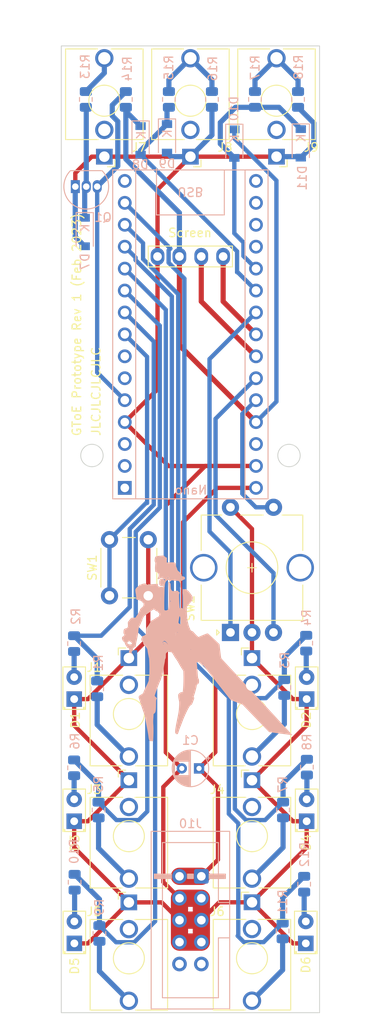
<source format=kicad_pcb>
(kicad_pcb (version 20211014) (generator pcbnew)

  (general
    (thickness 1.6)
  )

  (paper "A4")
  (layers
    (0 "F.Cu" signal)
    (31 "B.Cu" signal)
    (32 "B.Adhes" user "B.Adhesive")
    (33 "F.Adhes" user "F.Adhesive")
    (34 "B.Paste" user)
    (35 "F.Paste" user)
    (36 "B.SilkS" user "B.Silkscreen")
    (37 "F.SilkS" user "F.Silkscreen")
    (38 "B.Mask" user)
    (39 "F.Mask" user)
    (40 "Dwgs.User" user "User.Drawings")
    (41 "Cmts.User" user "User.Comments")
    (42 "Eco1.User" user "User.Eco1")
    (43 "Eco2.User" user "User.Eco2")
    (44 "Edge.Cuts" user)
    (45 "Margin" user)
    (46 "B.CrtYd" user "B.Courtyard")
    (47 "F.CrtYd" user "F.Courtyard")
    (48 "B.Fab" user)
    (49 "F.Fab" user)
    (50 "User.1" user)
    (51 "User.2" user)
    (52 "User.3" user)
    (53 "User.4" user)
    (54 "User.5" user)
    (55 "User.6" user)
    (56 "User.7" user)
    (57 "User.8" user)
    (58 "User.9" user)
  )

  (setup
    (stackup
      (layer "F.SilkS" (type "Top Silk Screen"))
      (layer "F.Paste" (type "Top Solder Paste"))
      (layer "F.Mask" (type "Top Solder Mask") (thickness 0.01))
      (layer "F.Cu" (type "copper") (thickness 0.035))
      (layer "dielectric 1" (type "core") (thickness 1.51) (material "FR4") (epsilon_r 4.5) (loss_tangent 0.02))
      (layer "B.Cu" (type "copper") (thickness 0.035))
      (layer "B.Mask" (type "Bottom Solder Mask") (thickness 0.01))
      (layer "B.Paste" (type "Bottom Solder Paste"))
      (layer "B.SilkS" (type "Bottom Silk Screen"))
      (copper_finish "None")
      (dielectric_constraints no)
    )
    (pad_to_mask_clearance 0)
    (aux_axis_origin 100 40)
    (pcbplotparams
      (layerselection 0x00010f0_ffffffff)
      (disableapertmacros false)
      (usegerberextensions false)
      (usegerberattributes true)
      (usegerberadvancedattributes true)
      (creategerberjobfile true)
      (svguseinch false)
      (svgprecision 6)
      (excludeedgelayer true)
      (plotframeref false)
      (viasonmask false)
      (mode 1)
      (useauxorigin false)
      (hpglpennumber 1)
      (hpglpenspeed 20)
      (hpglpendiameter 15.000000)
      (dxfpolygonmode true)
      (dxfimperialunits true)
      (dxfusepcbnewfont true)
      (psnegative false)
      (psa4output false)
      (plotreference true)
      (plotvalue true)
      (plotinvisibletext false)
      (sketchpadsonfab false)
      (subtractmaskfromsilk false)
      (outputformat 1)
      (mirror false)
      (drillshape 0)
      (scaleselection 1)
      (outputdirectory "Gerbers/")
    )
  )

  (net 0 "")
  (net 1 "unconnected-(A1-Pad1)")
  (net 2 "unconnected-(A1-Pad2)")
  (net 3 "unconnected-(A1-Pad3)")
  (net 4 "GND")
  (net 5 "DIGITAL INPUT")
  (net 6 "ENC_D2")
  (net 7 "ENC_D1")
  (net 8 "Channel 1")
  (net 9 "Channel 2")
  (net 10 "Channel 3")
  (net 11 "Channel 4")
  (net 12 "Channel 5")
  (net 13 "Channel 6")
  (net 14 "START STOP BTN")
  (net 15 "unconnected-(A1-Pad15)")
  (net 16 "unconnected-(A1-Pad16)")
  (net 17 "unconnected-(A1-Pad17)")
  (net 18 "unconnected-(A1-Pad18)")
  (net 19 "unconnected-(A1-Pad19)")
  (net 20 "A1 INPUT")
  (net 21 "A2 INPUT")
  (net 22 "ENC_BTN")
  (net 23 "I2C SDA")
  (net 24 "I2C SCL")
  (net 25 "+5V")
  (net 26 "unconnected-(A1-Pad28)")
  (net 27 "+12V")
  (net 28 "Net-(D1-Pad2)")
  (net 29 "Net-(D2-Pad2)")
  (net 30 "Net-(D3-Pad2)")
  (net 31 "Net-(D4-Pad2)")
  (net 32 "Net-(D5-Pad2)")
  (net 33 "Net-(D6-Pad2)")
  (net 34 "Net-(D7-Pad1)")
  (net 35 "Net-(J1-PadT)")
  (net 36 "unconnected-(J1-PadTN)")
  (net 37 "Net-(J2-PadT)")
  (net 38 "unconnected-(J2-PadTN)")
  (net 39 "Net-(J3-PadT)")
  (net 40 "unconnected-(J3-PadTN)")
  (net 41 "Net-(J4-PadT)")
  (net 42 "unconnected-(J4-PadTN)")
  (net 43 "Net-(J5-PadT)")
  (net 44 "unconnected-(J5-PadTN)")
  (net 45 "Net-(J6-PadT)")
  (net 46 "unconnected-(J6-PadTN)")
  (net 47 "Net-(J7-PadT)")
  (net 48 "unconnected-(J7-PadTN)")
  (net 49 "Net-(J8-PadT)")
  (net 50 "unconnected-(J8-PadTN)")
  (net 51 "Net-(J9-PadT)")
  (net 52 "unconnected-(J9-PadTN)")
  (net 53 "unconnected-(J10-Pad9)")
  (net 54 "unconnected-(J10-Pad10)")
  (net 55 "unconnected-(A1-Pad7)")
  (net 56 "unconnected-(A1-Pad6)")

  (footprint "gtoe:thonkiconn" (layer "F.Cu") (at 125 46.35 180))

  (footprint "gtoe:FlatTopLed" (layer "F.Cu") (at 101.52 142.7 90))

  (footprint "gtoe:thonkiconn" (layer "F.Cu") (at 122.15 117.4))

  (footprint "gtoe:thonkiconn" (layer "F.Cu") (at 107.85 145.7))

  (footprint "gtoe:thonkiconn" (layer "F.Cu") (at 115 46.35 180))

  (footprint "gtoe:FlatTopLed" (layer "F.Cu") (at 128.5 128.55 90))

  (footprint "gtoe:FlatTopLed" (layer "F.Cu") (at 101.5 128.55 90))

  (footprint "gtoe:thonkiconn" (layer "F.Cu") (at 107.85 131.55))

  (footprint "gtoe:FlatTopLed" (layer "F.Cu") (at 128.5 114.4 90))

  (footprint "gtoe:SwitchEncoder" (layer "F.Cu") (at 122.15 100.45 90))

  (footprint "gtoe:thonkiconn" (layer "F.Cu") (at 122.15 145.69))

  (footprint "gtoe:I2C SSD1306" (layer "F.Cu") (at 115 75))

  (footprint "gtoe:thonkiconn" (layer "F.Cu") (at 107.85 117.4))

  (footprint "gtoe:FlatTopLed" (layer "F.Cu") (at 128.4 142.7 90))

  (footprint "gtoe:FlatTopLed" (layer "F.Cu") (at 101.5 114.4 90))

  (footprint "gtoe:thonkiconn" (layer "F.Cu") (at 122.15 131.55))

  (footprint "gtoe:thonkiconn" (layer "F.Cu") (at 105 46.35 180))

  (footprint "gtoe:button" (layer "F.Cu") (at 107.85 100.45 90))

  (footprint "Resistor_SMD:R_0805_2012Metric" (layer "B.Cu") (at 107.5 46.2 -90))

  (footprint "Resistor_SMD:R_0805_2012Metric" (layer "B.Cu") (at 112.5 46.2 90))

  (footprint "Capacitor_THT:CP_Radial_D4.0mm_P2.00mm" (layer "B.Cu") (at 116.0004 123.7 180))

  (footprint "Resistor_SMD:R_0805_2012Metric" (layer "B.Cu") (at 117.5 46.2 -90))

  (footprint "Resistor_SMD:R_0805_2012Metric" (layer "B.Cu") (at 122.5 46.2 90))

  (footprint "Diode_SMD:D_SOD-123" (layer "B.Cu") (at 127.82 51.29 -90))

  (footprint "Resistor_SMD:R_0805_2012Metric" (layer "B.Cu") (at 101.49 123.63 90))

  (footprint "Diode_SMD:D_SOD-123" (layer "B.Cu") (at 112.28 50.71 -90))

  (footprint "Resistor_SMD:R_0805_2012Metric" (layer "B.Cu") (at 104.33 128.52 -90))

  (footprint "Resistor_SMD:R_0805_2012Metric" (layer "B.Cu") (at 127.5 46.2 -90))

  (footprint "gtoe:Arduino_Nano (adjusted courtyard)" (layer "B.Cu") (at 115 76))

  (footprint "Resistor_SMD:R_0805_2012Metric" (layer "B.Cu") (at 125.71 142.53 -90))

  (footprint "Resistor_SMD:R_0805_2012Metric" (layer "B.Cu") (at 104.43 142.82 -90))

  (footprint "Resistor_SMD:R_0805_2012Metric" (layer "B.Cu") (at 128.45 109.19 90))

  (footprint "Resistor_SMD:R_0805_2012Metric" (layer "B.Cu") (at 128.21 137.11 90))

  (footprint "Resistor_SMD:R_0805_2012Metric" (layer "B.Cu") (at 125.91 114.33 -90))

  (footprint "Diode_SMD:D_SOD-123" (layer "B.Cu") (at 120.1 51.32 -90))

  (footprint "Resistor_SMD:R_0805_2012Metric" (layer "B.Cu") (at 101.55 136.8825 90))

  (footprint "Resistor_SMD:R_0805_2012Metric" (layer "B.Cu") (at 102.85 46.2 -90))

  (footprint "Resistor_SMD:R_0805_2012Metric" (layer "B.Cu") (at 101.49 109.24 90))

  (footprint "Resistor_SMD:R_0805_2012Metric" (layer "B.Cu") (at 128.53 123.55 90))

  (footprint "Diode_SMD:D_SOD-123" (layer "B.Cu") (at 102.72 61.56 -90))

  (footprint "Resistor_SMD:R_0805_2012Metric" (layer "B.Cu") (at 104.17 114.48 -90))

  (footprint "Resistor_SMD:R_0805_2012Metric" (layer "B.Cu") (at 125.76 128.51 -90))

  (footprint "Diode_SMD:D_SOD-123" (layer "B.Cu") (at 109.21 50.94 -90))

  (footprint "Package_TO_SOT_THT:TO-92_Inline" (layer "B.Cu") (at 101.63 56.3))

  (footprint "gtoe:2x5-eurorack-power" (layer "B.Cu")
    (tedit 5EAC9A07) (tstamp f6f85ebe-5dc9-4679-825f-486dca84f170)
    (at 115 141.28 180)
    (descr "Through hole IDC box header, 2x05, 2.54mm pitch, DIN 41651 / IEC 60603-13, double rows, https://docs.google.com/spreadsheets/d/16SsEcesNF15N3Lb4niX7dcUr-NY5_MFPQhobNuNppn4/edit#gid=0")
    (tags "Through hole vertical IDC box header THT 2x05 2.54mm double row")
    (property "Sheetfile" "gtoe.kicad_sch")
    (property "Sheetname" "")
    (path "/cfacf08c-d7f6-49e7-ab77-ddac5a3ad490")
    (attr through_hole)
    (fp_text reference "J10" (at 0 11.18) (layer "B.SilkS")
      (effects (font (size 1 1) (thickness 0.15)) (justify mirror))
      (tstamp 6bf18d5c-ae19-4713-84b9-5d48c710e078)
    )
    (fp_text value "Power" (at 0 -11.18) (layer "B.Fab")
      (effects (font (size 1 1) (thickness 0.15)) (justify mirror))
      (tstamp 462d7f1b-7869-4bed-b055-aee5ea6d2196)
    )
    (fp_text user "${REFERENCE}" (at -6.604 0.508 90) (layer "B.Fab")
      (effects (font (size 1 1) (thickness 0.15)) (justify mirror))
      (tstamp 21994620-f871-489e-b4ae-aa13ad479bc0)
    )
    (fp_line (start -4.56 10.29) (end 4.56 10.29) (layer "B.SilkS") (width 0.12) (tstamp 0120b533-8932-42a8-98de-3800d999e246))
    (fp_line (start -3.25 2.05) (end -3.25 8.99) (layer "B.SilkS") (width 0.12) (tstamp 0c6f19ae-b4bb-4384-b0fd-4f019fc5b8a9))
    (fp_line (start -3.25 8.99) (end 3.25 8.99) (layer "B.SilkS") (width 0.12) (tstamp 2907bce9-8bae-4908-931f-34a6588caaeb))
    (fp_line (start -3.25 -2.05) (end -4.56 -2.05) (layer "B.SilkS") (width 0.12) (tstamp 3036df87-
... [236653 chars truncated]
</source>
